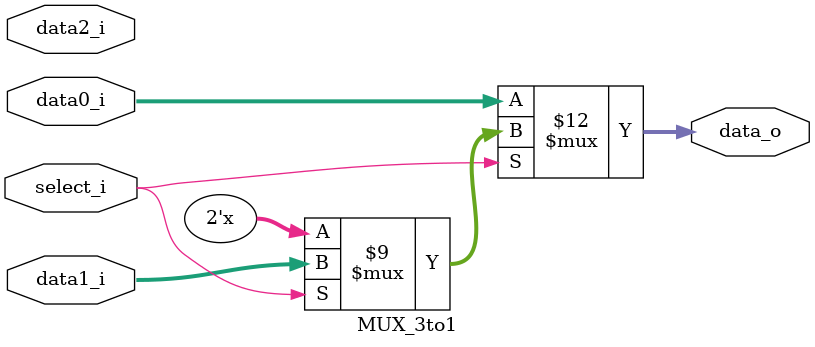
<source format=v>
`timescale 1ns / 1ps
module MUX_3to1(
   data0_i,
   data1_i,
   data2_i,
   select_i,
   data_o
    );

parameter size = 0;			   
			
//I/O ports               
input   [size-1:0] data0_i;          
input   [size-1:0] data1_i;
input   [size-1:0] data2_i;
input              select_i;
output  [size-1:0] data_o; 

//Internal Signals
reg     [size-1:0] data_o;

//Main function

always@(*)begin
	if(select_i==0) data_o<=data0_i;
	else if(select_i==1) data_o<=data1_i;
	else if(select_i==2) data_o<=data2_i;
	else data_o<=data_o;
end


endmodule

</source>
